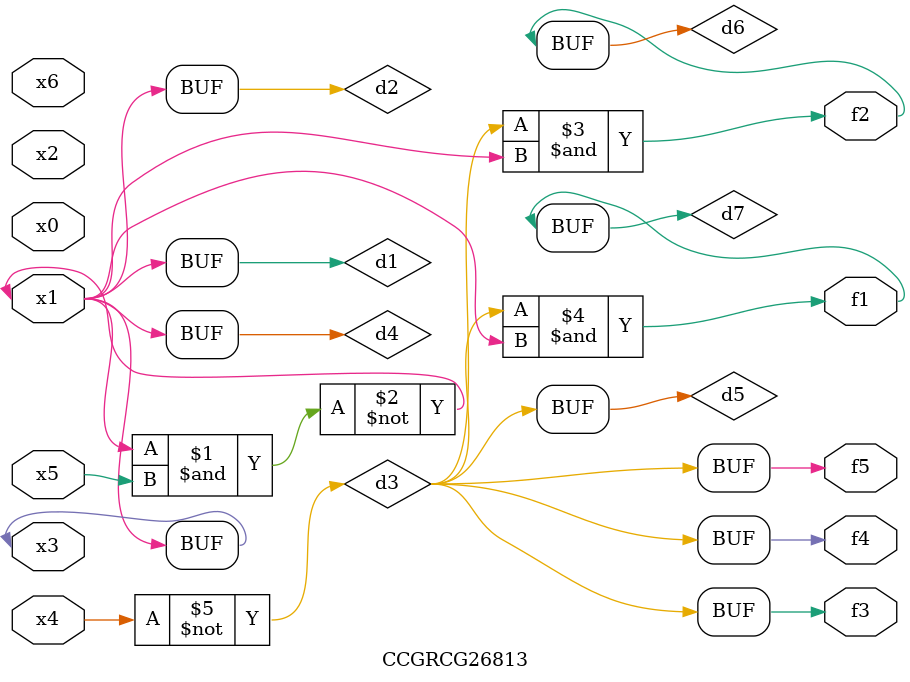
<source format=v>
module CCGRCG26813(
	input x0, x1, x2, x3, x4, x5, x6,
	output f1, f2, f3, f4, f5
);

	wire d1, d2, d3, d4, d5, d6, d7;

	buf (d1, x1, x3);
	nand (d2, x1, x5);
	not (d3, x4);
	buf (d4, d1, d2);
	buf (d5, d3);
	and (d6, d3, d4);
	and (d7, d3, d4);
	assign f1 = d7;
	assign f2 = d6;
	assign f3 = d5;
	assign f4 = d5;
	assign f5 = d5;
endmodule

</source>
